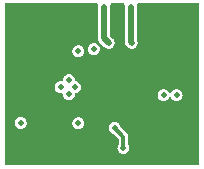
<source format=gbl>
G04*
G04 #@! TF.GenerationSoftware,Altium Limited,Altium Designer,25.5.2 (35)*
G04*
G04 Layer_Physical_Order=4*
G04 Layer_Color=13137664*
%FSLAX24Y24*%
%MOIN*%
G70*
G04*
G04 #@! TF.SameCoordinates,EDCD3BFB-4CC2-4931-B7ED-63257E98AB5E*
G04*
G04*
G04 #@! TF.FilePolarity,Positive*
G04*
G01*
G75*
%ADD38C,0.0118*%
%ADD39C,0.0197*%
%ADD41C,0.0197*%
%ADD42C,0.0240*%
G36*
X2731Y-2495D02*
X-3755D01*
Y2889D01*
X-683D01*
X-667Y2877D01*
X-641Y2830D01*
X-641Y2830D01*
X-644Y2808D01*
X-646Y2785D01*
Y1726D01*
X-644Y1704D01*
X-641Y1682D01*
X-635Y1661D01*
X-626Y1640D01*
X-615Y1621D01*
X-602Y1603D01*
X-587Y1586D01*
X-436Y1434D01*
X-432Y1431D01*
X-428Y1427D01*
X-423Y1423D01*
X-419Y1419D01*
X-415Y1416D01*
X-410Y1413D01*
X-406Y1410D01*
X-401Y1407D01*
X-396Y1404D01*
X-391Y1401D01*
X-386Y1398D01*
X-382Y1396D01*
X-376Y1394D01*
X-371Y1391D01*
X-366Y1389D01*
X-361Y1387D01*
X-356Y1386D01*
X-350Y1384D01*
X-345Y1383D01*
X-340Y1381D01*
X-334Y1380D01*
X-329Y1379D01*
X-323Y1378D01*
X-318Y1377D01*
X-312Y1377D01*
X-306Y1376D01*
X-301D01*
X-295Y1376D01*
X-290Y1376D01*
X-284D01*
X-279Y1377D01*
X-273Y1377D01*
X-268Y1378D01*
X-262Y1379D01*
X-257Y1380D01*
X-251Y1381D01*
X-246Y1383D01*
X-240Y1384D01*
X-235Y1386D01*
X-230Y1387D01*
X-225Y1389D01*
X-219Y1391D01*
X-214Y1394D01*
X-209Y1396D01*
X-204Y1398D01*
X-199Y1401D01*
X-194Y1404D01*
X-190Y1407D01*
X-185Y1410D01*
X-180Y1413D01*
X-176Y1416D01*
X-171Y1419D01*
X-167Y1423D01*
X-163Y1427D01*
X-159Y1431D01*
X-155Y1434D01*
X-151Y1438D01*
X-147Y1442D01*
X-144Y1447D01*
X-140Y1451D01*
X-137Y1455D01*
X-133Y1460D01*
X-130Y1465D01*
X-127Y1469D01*
X-124Y1474D01*
X-121Y1479D01*
X-119Y1484D01*
X-116Y1489D01*
X-114Y1494D01*
X-112Y1499D01*
X-110Y1504D01*
X-108Y1509D01*
X-106Y1515D01*
X-104Y1520D01*
X-103Y1525D01*
X-102Y1531D01*
X-101Y1536D01*
X-99Y1542D01*
X-99Y1547D01*
X-98Y1553D01*
X-97Y1558D01*
X-97Y1564D01*
Y1569D01*
X-97Y1575D01*
X-97Y1580D01*
Y1586D01*
X-97Y1591D01*
X-98Y1597D01*
X-99Y1603D01*
X-99Y1608D01*
X-101Y1614D01*
X-102Y1619D01*
X-103Y1624D01*
X-104Y1630D01*
X-106Y1635D01*
X-108Y1640D01*
X-110Y1646D01*
X-112Y1651D01*
X-114Y1656D01*
X-116Y1661D01*
X-119Y1666D01*
X-121Y1671D01*
X-124Y1676D01*
X-127Y1681D01*
X-130Y1685D01*
X-133Y1690D01*
X-137Y1694D01*
X-140Y1699D01*
X-144Y1703D01*
X-147Y1707D01*
X-151Y1711D01*
X-155Y1715D01*
X-248Y1809D01*
Y2785D01*
X-249Y2808D01*
X-253Y2830D01*
X-253Y2830D01*
X-227Y2877D01*
X-211Y2889D01*
X207D01*
X223Y2877D01*
X249Y2830D01*
X249Y2830D01*
X245Y2808D01*
X244Y2785D01*
Y1604D01*
X245Y1582D01*
X249Y1560D01*
X255Y1539D01*
X264Y1518D01*
X275Y1499D01*
X288Y1480D01*
X302Y1464D01*
X332Y1434D01*
X336Y1431D01*
X340Y1427D01*
X344Y1423D01*
X349Y1419D01*
X353Y1416D01*
X357Y1413D01*
X362Y1410D01*
X367Y1407D01*
X372Y1404D01*
X376Y1401D01*
X381Y1398D01*
X386Y1396D01*
X391Y1394D01*
X396Y1391D01*
X402Y1389D01*
X407Y1387D01*
X412Y1386D01*
X417Y1384D01*
X423Y1383D01*
X428Y1381D01*
X434Y1380D01*
X439Y1379D01*
X445Y1378D01*
X450Y1377D01*
X456Y1377D01*
X461Y1376D01*
X467D01*
X472Y1376D01*
X478Y1376D01*
X484D01*
X489Y1377D01*
X495Y1377D01*
X500Y1378D01*
X506Y1379D01*
X511Y1380D01*
X517Y1381D01*
X522Y1383D01*
X527Y1384D01*
X533Y1386D01*
X538Y1387D01*
X543Y1389D01*
X548Y1391D01*
X554Y1394D01*
X559Y1396D01*
X564Y1398D01*
X569Y1401D01*
X573Y1404D01*
X578Y1407D01*
X583Y1410D01*
X587Y1413D01*
X592Y1416D01*
X596Y1419D01*
X600Y1423D01*
X605Y1427D01*
X609Y1431D01*
X613Y1434D01*
X617Y1438D01*
X621Y1442D01*
X624Y1447D01*
X628Y1451D01*
X631Y1455D01*
X635Y1460D01*
X637Y1465D01*
X641Y1469D01*
X643Y1474D01*
X646Y1479D01*
X649Y1484D01*
X652Y1489D01*
X654Y1494D01*
X656Y1499D01*
X658Y1504D01*
X660Y1509D01*
X662Y1515D01*
X663Y1520D01*
X665Y1525D01*
X666Y1531D01*
X667Y1536D01*
X668Y1542D01*
X669Y1547D01*
X670Y1553D01*
X670Y1558D01*
X671Y1564D01*
Y1569D01*
X671Y1575D01*
X671Y1580D01*
Y1586D01*
X670Y1591D01*
X670Y1597D01*
X669Y1603D01*
X668Y1608D01*
X667Y1614D01*
X666Y1619D01*
X665Y1624D01*
X663Y1630D01*
X662Y1635D01*
X660Y1640D01*
X658Y1646D01*
X656Y1651D01*
X654Y1656D01*
X652Y1661D01*
X649Y1666D01*
X646Y1671D01*
X643Y1676D01*
X642Y1679D01*
Y2785D01*
X640Y2808D01*
X637Y2830D01*
X637Y2830D01*
X663Y2877D01*
X679Y2889D01*
X2731D01*
Y-2495D01*
D02*
G37*
%LPC*%
G36*
X-776Y1567D02*
X-799D01*
X-821Y1564D01*
X-842Y1559D01*
X-863Y1552D01*
X-884Y1542D01*
X-902Y1530D01*
X-920Y1516D01*
X-936Y1501D01*
X-949Y1483D01*
X-961Y1464D01*
X-971Y1444D01*
X-978Y1423D01*
X-983Y1401D01*
X-986Y1379D01*
Y1357D01*
X-983Y1335D01*
X-978Y1313D01*
X-971Y1292D01*
X-961Y1272D01*
X-949Y1253D01*
X-936Y1236D01*
X-920Y1220D01*
X-902Y1206D01*
X-884Y1194D01*
X-863Y1185D01*
X-842Y1177D01*
X-821Y1172D01*
X-799Y1170D01*
X-776D01*
X-754Y1172D01*
X-732Y1177D01*
X-711Y1185D01*
X-691Y1194D01*
X-672Y1206D01*
X-655Y1220D01*
X-639Y1236D01*
X-625Y1253D01*
X-613Y1272D01*
X-604Y1292D01*
X-596Y1313D01*
X-591Y1335D01*
X-589Y1357D01*
Y1379D01*
X-591Y1401D01*
X-596Y1423D01*
X-604Y1444D01*
X-613Y1464D01*
X-625Y1483D01*
X-639Y1501D01*
X-655Y1516D01*
X-672Y1530D01*
X-691Y1542D01*
X-711Y1552D01*
X-732Y1559D01*
X-754Y1564D01*
X-776Y1567D01*
D02*
G37*
G36*
X-1298Y1498D02*
X-1320D01*
X-1342Y1495D01*
X-1364Y1490D01*
X-1385Y1483D01*
X-1405Y1473D01*
X-1424Y1461D01*
X-1441Y1447D01*
X-1457Y1432D01*
X-1471Y1414D01*
X-1483Y1395D01*
X-1493Y1375D01*
X-1500Y1354D01*
X-1505Y1332D01*
X-1507Y1310D01*
Y1288D01*
X-1505Y1266D01*
X-1500Y1244D01*
X-1493Y1223D01*
X-1483Y1203D01*
X-1471Y1184D01*
X-1457Y1167D01*
X-1441Y1151D01*
X-1424Y1137D01*
X-1405Y1125D01*
X-1385Y1116D01*
X-1364Y1108D01*
X-1342Y1103D01*
X-1320Y1101D01*
X-1298D01*
X-1276Y1103D01*
X-1254Y1108D01*
X-1233Y1116D01*
X-1213Y1125D01*
X-1194Y1137D01*
X-1177Y1151D01*
X-1161Y1167D01*
X-1147Y1184D01*
X-1135Y1203D01*
X-1125Y1223D01*
X-1118Y1244D01*
X-1113Y1266D01*
X-1111Y1288D01*
Y1310D01*
X-1113Y1332D01*
X-1118Y1354D01*
X-1125Y1375D01*
X-1135Y1395D01*
X-1147Y1414D01*
X-1161Y1432D01*
X-1177Y1447D01*
X-1194Y1461D01*
X-1213Y1473D01*
X-1233Y1483D01*
X-1254Y1490D01*
X-1276Y1495D01*
X-1298Y1498D01*
D02*
G37*
G36*
X-1608Y533D02*
X-1631D01*
X-1653Y531D01*
X-1674Y526D01*
X-1696Y518D01*
X-1716Y509D01*
X-1734Y497D01*
X-1752Y483D01*
X-1768Y467D01*
X-1782Y450D01*
X-1793Y431D01*
X-1803Y411D01*
X-1810Y390D01*
X-1815Y368D01*
X-1818Y346D01*
Y343D01*
X-1823Y333D01*
X-1851Y307D01*
X-1874Y295D01*
X-1888Y297D01*
X-1911D01*
X-1933Y294D01*
X-1955Y289D01*
X-1976Y282D01*
X-1996Y272D01*
X-2015Y261D01*
X-2032Y247D01*
X-2048Y231D01*
X-2062Y213D01*
X-2074Y195D01*
X-2083Y174D01*
X-2091Y153D01*
X-2096Y132D01*
X-2098Y110D01*
Y87D01*
X-2096Y65D01*
X-2091Y43D01*
X-2083Y22D01*
X-2074Y2D01*
X-2062Y-17D01*
X-2048Y-34D01*
X-2032Y-50D01*
X-2015Y-64D01*
X-1996Y-76D01*
X-1976Y-85D01*
X-1955Y-93D01*
X-1933Y-98D01*
X-1911Y-100D01*
X-1888D01*
X-1874Y-98D01*
X-1851Y-110D01*
X-1823Y-136D01*
X-1818Y-146D01*
Y-149D01*
X-1815Y-171D01*
X-1810Y-193D01*
X-1803Y-214D01*
X-1793Y-234D01*
X-1782Y-253D01*
X-1768Y-270D01*
X-1752Y-286D01*
X-1734Y-300D01*
X-1716Y-312D01*
X-1696Y-321D01*
X-1674Y-329D01*
X-1653Y-334D01*
X-1631Y-336D01*
X-1608D01*
X-1586Y-334D01*
X-1564Y-329D01*
X-1543Y-321D01*
X-1523Y-312D01*
X-1504Y-300D01*
X-1487Y-286D01*
X-1471Y-270D01*
X-1457Y-253D01*
X-1446Y-234D01*
X-1436Y-214D01*
X-1429Y-193D01*
X-1424Y-171D01*
X-1421Y-149D01*
Y-127D01*
X-1407Y-102D01*
X-1384Y-98D01*
X-1362Y-93D01*
X-1341Y-85D01*
X-1321Y-76D01*
X-1302Y-64D01*
X-1285Y-50D01*
X-1269Y-34D01*
X-1255Y-17D01*
X-1243Y2D01*
X-1234Y22D01*
X-1226Y43D01*
X-1221Y65D01*
X-1219Y87D01*
Y110D01*
X-1221Y132D01*
X-1226Y153D01*
X-1234Y174D01*
X-1243Y195D01*
X-1255Y213D01*
X-1269Y231D01*
X-1285Y247D01*
X-1302Y260D01*
X-1321Y272D01*
X-1341Y282D01*
X-1362Y289D01*
X-1384Y294D01*
X-1407Y298D01*
X-1421Y324D01*
Y346D01*
X-1424Y368D01*
X-1429Y390D01*
X-1436Y411D01*
X-1446Y431D01*
X-1457Y450D01*
X-1471Y467D01*
X-1487Y483D01*
X-1504Y497D01*
X-1523Y509D01*
X-1543Y518D01*
X-1564Y526D01*
X-1586Y531D01*
X-1608Y533D01*
D02*
G37*
G36*
X1980Y31D02*
X1957D01*
X1935Y29D01*
X1913Y24D01*
X1892Y16D01*
X1872Y7D01*
X1854Y-5D01*
X1836Y-19D01*
X1820Y-35D01*
X1806Y-52D01*
X1795Y-71D01*
X1785Y-91D01*
X1783Y-97D01*
X1772Y-100D01*
X1732D01*
X1721Y-97D01*
X1719Y-91D01*
X1709Y-71D01*
X1698Y-52D01*
X1684Y-35D01*
X1668Y-19D01*
X1650Y-5D01*
X1632Y7D01*
X1611Y16D01*
X1590Y24D01*
X1569Y29D01*
X1547Y31D01*
X1524D01*
X1502Y29D01*
X1480Y24D01*
X1459Y16D01*
X1439Y7D01*
X1420Y-5D01*
X1403Y-19D01*
X1387Y-35D01*
X1373Y-52D01*
X1361Y-71D01*
X1352Y-91D01*
X1344Y-112D01*
X1339Y-134D01*
X1337Y-156D01*
Y-178D01*
X1339Y-201D01*
X1344Y-222D01*
X1352Y-243D01*
X1361Y-263D01*
X1373Y-282D01*
X1387Y-300D01*
X1403Y-316D01*
X1420Y-329D01*
X1439Y-341D01*
X1459Y-351D01*
X1480Y-358D01*
X1502Y-363D01*
X1524Y-366D01*
X1547D01*
X1569Y-363D01*
X1590Y-358D01*
X1611Y-351D01*
X1632Y-341D01*
X1650Y-329D01*
X1668Y-316D01*
X1684Y-300D01*
X1698Y-282D01*
X1709Y-263D01*
X1719Y-243D01*
X1721Y-237D01*
X1732Y-234D01*
X1772D01*
X1783Y-237D01*
X1785Y-243D01*
X1795Y-263D01*
X1806Y-282D01*
X1820Y-300D01*
X1836Y-316D01*
X1854Y-329D01*
X1872Y-341D01*
X1892Y-351D01*
X1913Y-358D01*
X1935Y-363D01*
X1957Y-366D01*
X1980D01*
X2002Y-363D01*
X2024Y-358D01*
X2045Y-351D01*
X2065Y-341D01*
X2084Y-329D01*
X2101Y-316D01*
X2117Y-300D01*
X2131Y-282D01*
X2142Y-263D01*
X2152Y-243D01*
X2159Y-222D01*
X2164Y-201D01*
X2167Y-178D01*
Y-156D01*
X2164Y-134D01*
X2159Y-112D01*
X2152Y-91D01*
X2142Y-71D01*
X2131Y-52D01*
X2117Y-35D01*
X2101Y-19D01*
X2084Y-5D01*
X2065Y7D01*
X2045Y16D01*
X2024Y24D01*
X2002Y29D01*
X1980Y31D01*
D02*
G37*
G36*
X-3217Y-894D02*
X-3239D01*
X-3262Y-897D01*
X-3283Y-902D01*
X-3304Y-909D01*
X-3324Y-919D01*
X-3343Y-930D01*
X-3361Y-944D01*
X-3377Y-960D01*
X-3390Y-978D01*
X-3402Y-996D01*
X-3412Y-1016D01*
X-3419Y-1037D01*
X-3424Y-1059D01*
X-3427Y-1081D01*
Y-1104D01*
X-3424Y-1126D01*
X-3419Y-1148D01*
X-3412Y-1169D01*
X-3402Y-1189D01*
X-3390Y-1208D01*
X-3377Y-1225D01*
X-3361Y-1241D01*
X-3343Y-1255D01*
X-3324Y-1266D01*
X-3304Y-1276D01*
X-3283Y-1283D01*
X-3262Y-1288D01*
X-3239Y-1291D01*
X-3217D01*
X-3195Y-1288D01*
X-3173Y-1283D01*
X-3152Y-1276D01*
X-3132Y-1266D01*
X-3113Y-1255D01*
X-3096Y-1241D01*
X-3080Y-1225D01*
X-3066Y-1208D01*
X-3054Y-1189D01*
X-3045Y-1169D01*
X-3037Y-1148D01*
X-3032Y-1126D01*
X-3030Y-1104D01*
Y-1081D01*
X-3032Y-1059D01*
X-3037Y-1037D01*
X-3045Y-1016D01*
X-3054Y-996D01*
X-3066Y-978D01*
X-3080Y-960D01*
X-3096Y-944D01*
X-3113Y-930D01*
X-3132Y-919D01*
X-3152Y-909D01*
X-3173Y-902D01*
X-3195Y-897D01*
X-3217Y-894D01*
D02*
G37*
G36*
X-1298Y-904D02*
X-1320D01*
X-1342Y-906D01*
X-1364Y-911D01*
X-1385Y-919D01*
X-1405Y-928D01*
X-1424Y-940D01*
X-1441Y-954D01*
X-1457Y-970D01*
X-1471Y-987D01*
X-1483Y-1006D01*
X-1493Y-1026D01*
X-1500Y-1047D01*
X-1505Y-1069D01*
X-1507Y-1091D01*
Y-1113D01*
X-1505Y-1136D01*
X-1500Y-1157D01*
X-1493Y-1178D01*
X-1483Y-1199D01*
X-1471Y-1217D01*
X-1457Y-1235D01*
X-1441Y-1251D01*
X-1424Y-1264D01*
X-1405Y-1276D01*
X-1385Y-1286D01*
X-1364Y-1293D01*
X-1342Y-1298D01*
X-1320Y-1301D01*
X-1298D01*
X-1276Y-1298D01*
X-1254Y-1293D01*
X-1233Y-1286D01*
X-1213Y-1276D01*
X-1194Y-1264D01*
X-1177Y-1251D01*
X-1161Y-1235D01*
X-1147Y-1217D01*
X-1135Y-1199D01*
X-1125Y-1178D01*
X-1118Y-1157D01*
X-1113Y-1136D01*
X-1111Y-1113D01*
Y-1091D01*
X-1113Y-1069D01*
X-1118Y-1047D01*
X-1125Y-1026D01*
X-1135Y-1006D01*
X-1147Y-987D01*
X-1161Y-970D01*
X-1177Y-954D01*
X-1194Y-940D01*
X-1213Y-928D01*
X-1233Y-919D01*
X-1254Y-911D01*
X-1276Y-906D01*
X-1298Y-904D01*
D02*
G37*
G36*
X-87Y-1061D02*
X-110D01*
X-132Y-1064D01*
X-153Y-1069D01*
X-174Y-1076D01*
X-195Y-1086D01*
X-213Y-1098D01*
X-231Y-1112D01*
X-247Y-1127D01*
X-261Y-1145D01*
X-272Y-1164D01*
X-282Y-1184D01*
X-289Y-1205D01*
X-294Y-1227D01*
X-297Y-1249D01*
Y-1271D01*
X-294Y-1293D01*
X-289Y-1315D01*
X-282Y-1336D01*
X-272Y-1356D01*
X-261Y-1375D01*
X-247Y-1392D01*
X-231Y-1408D01*
X-213Y-1422D01*
X-195Y-1434D01*
X-174Y-1443D01*
X-153Y-1451D01*
X-132Y-1456D01*
X-127Y-1456D01*
X37Y-1621D01*
Y-1811D01*
X35Y-1814D01*
X23Y-1833D01*
X13Y-1853D01*
X6Y-1874D01*
X1Y-1896D01*
X-2Y-1918D01*
Y-1940D01*
X1Y-1962D01*
X6Y-1984D01*
X13Y-2005D01*
X23Y-2025D01*
X35Y-2044D01*
X49Y-2062D01*
X64Y-2077D01*
X82Y-2091D01*
X101Y-2103D01*
X121Y-2113D01*
X142Y-2120D01*
X164Y-2125D01*
X186Y-2128D01*
X208D01*
X230Y-2125D01*
X252Y-2120D01*
X273Y-2113D01*
X293Y-2103D01*
X312Y-2091D01*
X329Y-2077D01*
X345Y-2062D01*
X359Y-2044D01*
X371Y-2025D01*
X380Y-2005D01*
X388Y-1984D01*
X393Y-1962D01*
X395Y-1940D01*
Y-1918D01*
X393Y-1896D01*
X388Y-1874D01*
X380Y-1853D01*
X371Y-1833D01*
X359Y-1814D01*
X356Y-1811D01*
Y-1555D01*
X355Y-1534D01*
X351Y-1514D01*
X344Y-1494D01*
X335Y-1475D01*
X323Y-1458D01*
X310Y-1442D01*
X98Y-1231D01*
X98Y-1227D01*
X93Y-1205D01*
X85Y-1184D01*
X76Y-1164D01*
X64Y-1145D01*
X50Y-1127D01*
X34Y-1112D01*
X17Y-1098D01*
X-2Y-1086D01*
X-22Y-1076D01*
X-43Y-1069D01*
X-65Y-1064D01*
X-87Y-1061D01*
D02*
G37*
%LPD*%
D38*
X197Y-1929D02*
Y-1555D01*
X-98Y-1260D02*
X197Y-1555D01*
D39*
X443Y1604D02*
X472Y1575D01*
X443Y1604D02*
Y2785D01*
X-447Y1726D02*
Y2785D01*
Y1726D02*
X-295Y1575D01*
D41*
X-1339Y-1535D02*
D03*
Y-2362D02*
D03*
X-2480Y-1535D02*
D03*
X-2047Y2441D02*
D03*
X-1378D02*
D03*
Y2756D02*
D03*
X-2047D02*
D03*
X-128Y2785D02*
D03*
X128D02*
D03*
X-787Y1368D02*
D03*
X-1939Y-915D02*
D03*
X-1619Y-679D02*
D03*
X-1309Y-1102D02*
D03*
X-1939Y1112D02*
D03*
X-1309Y1299D02*
D03*
X-1619Y876D02*
D03*
X1969Y-167D02*
D03*
X1959Y-748D02*
D03*
X-3228Y-1093D02*
D03*
X1850Y1358D02*
D03*
X2244Y1230D02*
D03*
X472Y1575D02*
D03*
X-1417Y98D02*
D03*
X-1900Y98D02*
D03*
X-1619Y-138D02*
D03*
Y335D02*
D03*
X1535Y-167D02*
D03*
X2589Y-1235D02*
D03*
Y-753D02*
D03*
Y827D02*
D03*
X945Y-2362D02*
D03*
X1850D02*
D03*
X2598Y-2362D02*
D03*
X-2480D02*
D03*
X-3622Y-2362D02*
D03*
X-295Y1575D02*
D03*
X-768Y2785D02*
D03*
X758D02*
D03*
X-344Y-1945D02*
D03*
X945D02*
D03*
X197Y-1929D02*
D03*
X-98Y-1260D02*
D03*
X-3622Y-1516D02*
D03*
Y2756D02*
D03*
X1378D02*
D03*
X-3622Y1870D02*
D03*
Y1024D02*
D03*
X2598Y2756D02*
D03*
X-3622Y-945D02*
D03*
Y177D02*
D03*
D42*
X472Y472D02*
D03*
Y0D02*
D03*
Y-472D02*
D03*
X0D02*
D03*
X-472D02*
D03*
Y0D02*
D03*
Y472D02*
D03*
X0D02*
D03*
Y0D02*
D03*
M02*

</source>
